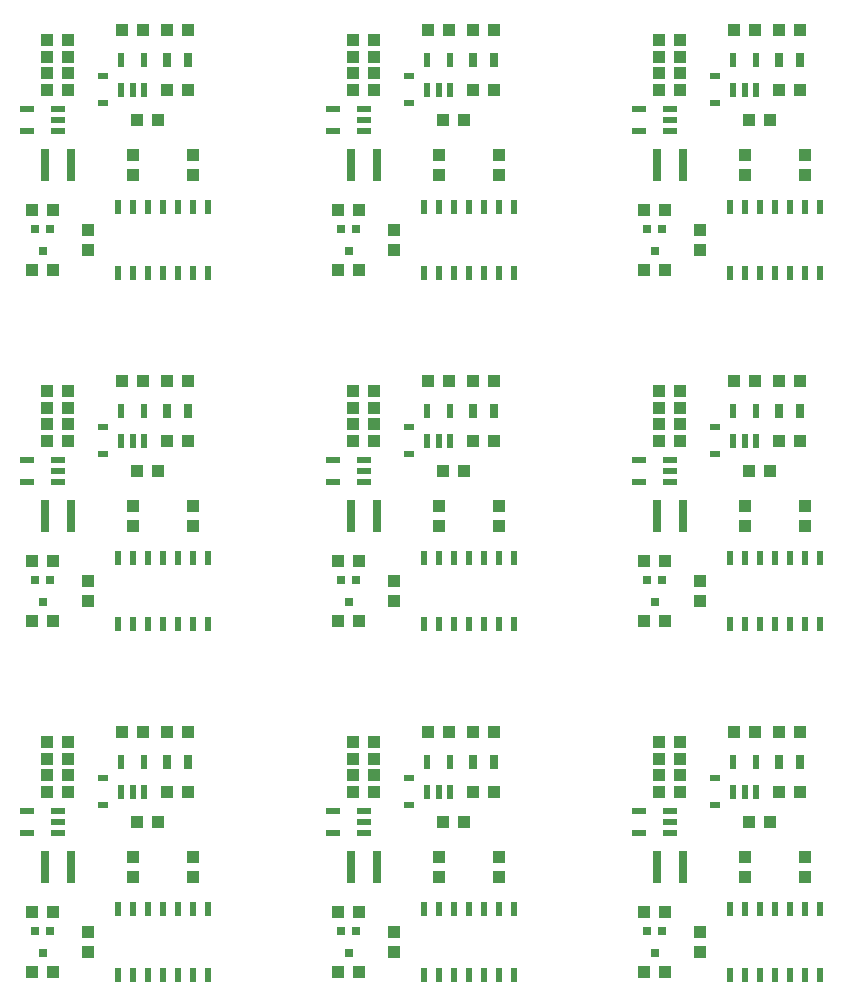
<source format=gtp>
G75*
%MOIN*%
%OFA0B0*%
%FSLAX25Y25*%
%IPPOS*%
%LPD*%
%AMOC8*
5,1,8,0,0,1.08239X$1,22.5*
%
%ADD10R,0.04331X0.03937*%
%ADD11R,0.03268X0.02480*%
%ADD12R,0.04724X0.02165*%
%ADD13R,0.02165X0.04724*%
%ADD14R,0.02362X0.04724*%
%ADD15R,0.03937X0.04331*%
%ADD16R,0.02756X0.02756*%
%ADD17R,0.03150X0.04724*%
%ADD18R,0.03150X0.10630*%
D10*
X0045404Y0058500D03*
X0052096Y0058500D03*
X0052096Y0078500D03*
X0045404Y0078500D03*
X0080404Y0108500D03*
X0087096Y0108500D03*
X0090404Y0118500D03*
X0097096Y0118500D03*
X0097096Y0138500D03*
X0090404Y0138500D03*
X0082096Y0138500D03*
X0075404Y0138500D03*
X0057096Y0135000D03*
X0050404Y0135000D03*
X0050404Y0129500D03*
X0050404Y0124000D03*
X0050404Y0118500D03*
X0057096Y0118500D03*
X0057096Y0124000D03*
X0057096Y0129500D03*
X0052096Y0175500D03*
X0045404Y0175500D03*
X0045404Y0195500D03*
X0052096Y0195500D03*
X0080404Y0225500D03*
X0087096Y0225500D03*
X0090404Y0235500D03*
X0097096Y0235500D03*
X0097096Y0255500D03*
X0090404Y0255500D03*
X0082096Y0255500D03*
X0075404Y0255500D03*
X0057096Y0252000D03*
X0050404Y0252000D03*
X0050404Y0246500D03*
X0050404Y0241000D03*
X0050404Y0235500D03*
X0057096Y0235500D03*
X0057096Y0241000D03*
X0057096Y0246500D03*
X0052096Y0292500D03*
X0045404Y0292500D03*
X0045404Y0312500D03*
X0052096Y0312500D03*
X0080404Y0342500D03*
X0087096Y0342500D03*
X0090404Y0352500D03*
X0097096Y0352500D03*
X0097096Y0372500D03*
X0090404Y0372500D03*
X0082096Y0372500D03*
X0075404Y0372500D03*
X0057096Y0369000D03*
X0057096Y0363500D03*
X0057096Y0358000D03*
X0050404Y0358000D03*
X0050404Y0363500D03*
X0050404Y0369000D03*
X0050404Y0352500D03*
X0057096Y0352500D03*
X0147404Y0312500D03*
X0154096Y0312500D03*
X0154096Y0292500D03*
X0147404Y0292500D03*
X0152404Y0252000D03*
X0159096Y0252000D03*
X0159096Y0246500D03*
X0159096Y0241000D03*
X0159096Y0235500D03*
X0152404Y0235500D03*
X0152404Y0241000D03*
X0152404Y0246500D03*
X0177404Y0255500D03*
X0184096Y0255500D03*
X0192404Y0255500D03*
X0199096Y0255500D03*
X0199096Y0235500D03*
X0192404Y0235500D03*
X0189096Y0225500D03*
X0182404Y0225500D03*
X0154096Y0195500D03*
X0147404Y0195500D03*
X0147404Y0175500D03*
X0154096Y0175500D03*
X0177404Y0138500D03*
X0184096Y0138500D03*
X0192404Y0138500D03*
X0199096Y0138500D03*
X0199096Y0118500D03*
X0192404Y0118500D03*
X0189096Y0108500D03*
X0182404Y0108500D03*
X0159096Y0118500D03*
X0159096Y0124000D03*
X0159096Y0129500D03*
X0152404Y0129500D03*
X0152404Y0124000D03*
X0152404Y0118500D03*
X0152404Y0135000D03*
X0159096Y0135000D03*
X0154096Y0078500D03*
X0147404Y0078500D03*
X0147404Y0058500D03*
X0154096Y0058500D03*
X0249404Y0058500D03*
X0256096Y0058500D03*
X0256096Y0078500D03*
X0249404Y0078500D03*
X0284404Y0108500D03*
X0291096Y0108500D03*
X0294404Y0118500D03*
X0301096Y0118500D03*
X0301096Y0138500D03*
X0294404Y0138500D03*
X0286096Y0138500D03*
X0279404Y0138500D03*
X0261096Y0135000D03*
X0254404Y0135000D03*
X0254404Y0129500D03*
X0254404Y0124000D03*
X0254404Y0118500D03*
X0261096Y0118500D03*
X0261096Y0124000D03*
X0261096Y0129500D03*
X0256096Y0175500D03*
X0249404Y0175500D03*
X0249404Y0195500D03*
X0256096Y0195500D03*
X0284404Y0225500D03*
X0291096Y0225500D03*
X0294404Y0235500D03*
X0301096Y0235500D03*
X0301096Y0255500D03*
X0294404Y0255500D03*
X0286096Y0255500D03*
X0279404Y0255500D03*
X0261096Y0252000D03*
X0254404Y0252000D03*
X0254404Y0246500D03*
X0254404Y0241000D03*
X0254404Y0235500D03*
X0261096Y0235500D03*
X0261096Y0241000D03*
X0261096Y0246500D03*
X0256096Y0292500D03*
X0249404Y0292500D03*
X0249404Y0312500D03*
X0256096Y0312500D03*
X0284404Y0342500D03*
X0291096Y0342500D03*
X0294404Y0352500D03*
X0301096Y0352500D03*
X0301096Y0372500D03*
X0294404Y0372500D03*
X0286096Y0372500D03*
X0279404Y0372500D03*
X0261096Y0369000D03*
X0261096Y0363500D03*
X0261096Y0358000D03*
X0254404Y0358000D03*
X0254404Y0363500D03*
X0254404Y0369000D03*
X0254404Y0352500D03*
X0261096Y0352500D03*
X0199096Y0352500D03*
X0192404Y0352500D03*
X0189096Y0342500D03*
X0182404Y0342500D03*
X0159096Y0352500D03*
X0152404Y0352500D03*
X0152404Y0358000D03*
X0152404Y0363500D03*
X0152404Y0369000D03*
X0159096Y0369000D03*
X0159096Y0363500D03*
X0159096Y0358000D03*
X0177404Y0372500D03*
X0184096Y0372500D03*
X0192404Y0372500D03*
X0199096Y0372500D03*
D11*
X0170750Y0357028D03*
X0170750Y0347972D03*
X0068750Y0347972D03*
X0068750Y0357028D03*
X0068750Y0240028D03*
X0068750Y0230972D03*
X0170750Y0230972D03*
X0170750Y0240028D03*
X0272750Y0240028D03*
X0272750Y0230972D03*
X0272750Y0123028D03*
X0272750Y0113972D03*
X0170750Y0113972D03*
X0170750Y0123028D03*
X0068750Y0123028D03*
X0068750Y0113972D03*
X0272750Y0347972D03*
X0272750Y0357028D03*
D12*
X0257869Y0346240D03*
X0257869Y0342500D03*
X0257869Y0338760D03*
X0247631Y0338760D03*
X0247631Y0346240D03*
X0155869Y0346240D03*
X0155869Y0342500D03*
X0155869Y0338760D03*
X0145631Y0338760D03*
X0145631Y0346240D03*
X0053869Y0346240D03*
X0053869Y0342500D03*
X0053869Y0338760D03*
X0043631Y0338760D03*
X0043631Y0346240D03*
X0043631Y0229240D03*
X0043631Y0221760D03*
X0053869Y0221760D03*
X0053869Y0225500D03*
X0053869Y0229240D03*
X0145631Y0229240D03*
X0145631Y0221760D03*
X0155869Y0221760D03*
X0155869Y0225500D03*
X0155869Y0229240D03*
X0247631Y0229240D03*
X0247631Y0221760D03*
X0257869Y0221760D03*
X0257869Y0225500D03*
X0257869Y0229240D03*
X0257869Y0112240D03*
X0257869Y0108500D03*
X0257869Y0104760D03*
X0247631Y0104760D03*
X0247631Y0112240D03*
X0155869Y0112240D03*
X0155869Y0108500D03*
X0155869Y0104760D03*
X0145631Y0104760D03*
X0145631Y0112240D03*
X0053869Y0112240D03*
X0053869Y0108500D03*
X0053869Y0104760D03*
X0043631Y0104760D03*
X0043631Y0112240D03*
D13*
X0075010Y0118381D03*
X0078750Y0118381D03*
X0082490Y0118381D03*
X0082490Y0128619D03*
X0075010Y0128619D03*
X0177010Y0128619D03*
X0184490Y0128619D03*
X0184490Y0118381D03*
X0180750Y0118381D03*
X0177010Y0118381D03*
X0279010Y0118381D03*
X0282750Y0118381D03*
X0286490Y0118381D03*
X0286490Y0128619D03*
X0279010Y0128619D03*
X0279010Y0235381D03*
X0282750Y0235381D03*
X0286490Y0235381D03*
X0286490Y0245619D03*
X0279010Y0245619D03*
X0184490Y0245619D03*
X0177010Y0245619D03*
X0177010Y0235381D03*
X0180750Y0235381D03*
X0184490Y0235381D03*
X0082490Y0235381D03*
X0078750Y0235381D03*
X0075010Y0235381D03*
X0075010Y0245619D03*
X0082490Y0245619D03*
X0082490Y0352381D03*
X0078750Y0352381D03*
X0075010Y0352381D03*
X0075010Y0362619D03*
X0082490Y0362619D03*
X0177010Y0362619D03*
X0184490Y0362619D03*
X0184490Y0352381D03*
X0180750Y0352381D03*
X0177010Y0352381D03*
X0279010Y0352381D03*
X0282750Y0352381D03*
X0286490Y0352381D03*
X0286490Y0362619D03*
X0279010Y0362619D03*
D14*
X0277750Y0313524D03*
X0282750Y0313524D03*
X0287750Y0313524D03*
X0292750Y0313524D03*
X0297750Y0313524D03*
X0302750Y0313524D03*
X0307750Y0313524D03*
X0307750Y0291476D03*
X0302750Y0291476D03*
X0297750Y0291476D03*
X0292750Y0291476D03*
X0287750Y0291476D03*
X0282750Y0291476D03*
X0277750Y0291476D03*
X0205750Y0291476D03*
X0200750Y0291476D03*
X0195750Y0291476D03*
X0190750Y0291476D03*
X0185750Y0291476D03*
X0180750Y0291476D03*
X0175750Y0291476D03*
X0175750Y0313524D03*
X0180750Y0313524D03*
X0185750Y0313524D03*
X0190750Y0313524D03*
X0195750Y0313524D03*
X0200750Y0313524D03*
X0205750Y0313524D03*
X0103750Y0313524D03*
X0098750Y0313524D03*
X0093750Y0313524D03*
X0088750Y0313524D03*
X0083750Y0313524D03*
X0078750Y0313524D03*
X0073750Y0313524D03*
X0073750Y0291476D03*
X0078750Y0291476D03*
X0083750Y0291476D03*
X0088750Y0291476D03*
X0093750Y0291476D03*
X0098750Y0291476D03*
X0103750Y0291476D03*
X0103750Y0196524D03*
X0098750Y0196524D03*
X0093750Y0196524D03*
X0088750Y0196524D03*
X0083750Y0196524D03*
X0078750Y0196524D03*
X0073750Y0196524D03*
X0073750Y0174476D03*
X0078750Y0174476D03*
X0083750Y0174476D03*
X0088750Y0174476D03*
X0093750Y0174476D03*
X0098750Y0174476D03*
X0103750Y0174476D03*
X0175750Y0174476D03*
X0180750Y0174476D03*
X0185750Y0174476D03*
X0190750Y0174476D03*
X0195750Y0174476D03*
X0200750Y0174476D03*
X0205750Y0174476D03*
X0205750Y0196524D03*
X0200750Y0196524D03*
X0195750Y0196524D03*
X0190750Y0196524D03*
X0185750Y0196524D03*
X0180750Y0196524D03*
X0175750Y0196524D03*
X0277750Y0196524D03*
X0282750Y0196524D03*
X0287750Y0196524D03*
X0292750Y0196524D03*
X0297750Y0196524D03*
X0302750Y0196524D03*
X0307750Y0196524D03*
X0307750Y0174476D03*
X0302750Y0174476D03*
X0297750Y0174476D03*
X0292750Y0174476D03*
X0287750Y0174476D03*
X0282750Y0174476D03*
X0277750Y0174476D03*
X0277750Y0079524D03*
X0282750Y0079524D03*
X0287750Y0079524D03*
X0292750Y0079524D03*
X0297750Y0079524D03*
X0302750Y0079524D03*
X0307750Y0079524D03*
X0307750Y0057476D03*
X0302750Y0057476D03*
X0297750Y0057476D03*
X0292750Y0057476D03*
X0287750Y0057476D03*
X0282750Y0057476D03*
X0277750Y0057476D03*
X0205750Y0057476D03*
X0200750Y0057476D03*
X0195750Y0057476D03*
X0190750Y0057476D03*
X0185750Y0057476D03*
X0180750Y0057476D03*
X0175750Y0057476D03*
X0175750Y0079524D03*
X0180750Y0079524D03*
X0185750Y0079524D03*
X0190750Y0079524D03*
X0195750Y0079524D03*
X0200750Y0079524D03*
X0205750Y0079524D03*
X0103750Y0079524D03*
X0098750Y0079524D03*
X0093750Y0079524D03*
X0088750Y0079524D03*
X0083750Y0079524D03*
X0078750Y0079524D03*
X0073750Y0079524D03*
X0073750Y0057476D03*
X0078750Y0057476D03*
X0083750Y0057476D03*
X0088750Y0057476D03*
X0093750Y0057476D03*
X0098750Y0057476D03*
X0103750Y0057476D03*
D15*
X0098750Y0090154D03*
X0098750Y0096846D03*
X0078750Y0096846D03*
X0078750Y0090154D03*
X0063750Y0071846D03*
X0063750Y0065154D03*
X0165750Y0065154D03*
X0165750Y0071846D03*
X0180750Y0090154D03*
X0180750Y0096846D03*
X0200750Y0096846D03*
X0200750Y0090154D03*
X0267750Y0071846D03*
X0267750Y0065154D03*
X0282750Y0090154D03*
X0282750Y0096846D03*
X0302750Y0096846D03*
X0302750Y0090154D03*
X0267750Y0182154D03*
X0267750Y0188846D03*
X0282750Y0207154D03*
X0282750Y0213846D03*
X0302750Y0213846D03*
X0302750Y0207154D03*
X0267750Y0299154D03*
X0267750Y0305846D03*
X0282750Y0324154D03*
X0282750Y0330846D03*
X0302750Y0330846D03*
X0302750Y0324154D03*
X0200750Y0324154D03*
X0200750Y0330846D03*
X0180750Y0330846D03*
X0180750Y0324154D03*
X0165750Y0305846D03*
X0165750Y0299154D03*
X0098750Y0324154D03*
X0098750Y0330846D03*
X0078750Y0330846D03*
X0078750Y0324154D03*
X0063750Y0305846D03*
X0063750Y0299154D03*
X0078750Y0213846D03*
X0078750Y0207154D03*
X0098750Y0207154D03*
X0098750Y0213846D03*
X0063750Y0188846D03*
X0063750Y0182154D03*
X0165750Y0182154D03*
X0165750Y0188846D03*
X0180750Y0207154D03*
X0180750Y0213846D03*
X0200750Y0213846D03*
X0200750Y0207154D03*
D16*
X0153309Y0189142D03*
X0148191Y0189142D03*
X0150750Y0181858D03*
X0051309Y0189142D03*
X0046191Y0189142D03*
X0048750Y0181858D03*
X0046191Y0072142D03*
X0051309Y0072142D03*
X0048750Y0064858D03*
X0148191Y0072142D03*
X0153309Y0072142D03*
X0150750Y0064858D03*
X0250191Y0072142D03*
X0255309Y0072142D03*
X0252750Y0064858D03*
X0252750Y0181858D03*
X0250191Y0189142D03*
X0255309Y0189142D03*
X0252750Y0298858D03*
X0250191Y0306142D03*
X0255309Y0306142D03*
X0153309Y0306142D03*
X0148191Y0306142D03*
X0150750Y0298858D03*
X0051309Y0306142D03*
X0046191Y0306142D03*
X0048750Y0298858D03*
D17*
X0090207Y0245500D03*
X0097293Y0245500D03*
X0192207Y0245500D03*
X0199293Y0245500D03*
X0294207Y0245500D03*
X0301293Y0245500D03*
X0301293Y0128500D03*
X0294207Y0128500D03*
X0199293Y0128500D03*
X0192207Y0128500D03*
X0097293Y0128500D03*
X0090207Y0128500D03*
X0090207Y0362500D03*
X0097293Y0362500D03*
X0192207Y0362500D03*
X0199293Y0362500D03*
X0294207Y0362500D03*
X0301293Y0362500D03*
D18*
X0262081Y0327500D03*
X0253419Y0327500D03*
X0160081Y0327500D03*
X0151419Y0327500D03*
X0058081Y0327500D03*
X0049419Y0327500D03*
X0049419Y0210500D03*
X0058081Y0210500D03*
X0151419Y0210500D03*
X0160081Y0210500D03*
X0253419Y0210500D03*
X0262081Y0210500D03*
X0262081Y0093500D03*
X0253419Y0093500D03*
X0160081Y0093500D03*
X0151419Y0093500D03*
X0058081Y0093500D03*
X0049419Y0093500D03*
M02*

</source>
